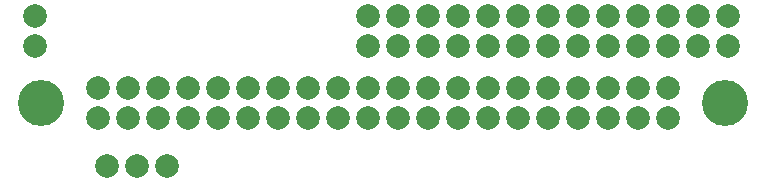
<source format=gbr>
G04 #@! TF.FileFunction,Soldermask,Top*
%FSLAX46Y46*%
G04 Gerber Fmt 4.6, Leading zero omitted, Abs format (unit mm)*
G04 Created by KiCad (PCBNEW 4.0.5+dfsg1-4) date Wed Jul 11 10:22:54 2018*
%MOMM*%
%LPD*%
G01*
G04 APERTURE LIST*
%ADD10C,0.100000*%
%ADD11C,2.000000*%
%ADD12C,3.900000*%
G04 APERTURE END LIST*
D10*
D11*
X149860000Y-103632000D03*
X149860000Y-106172000D03*
X152400000Y-103632000D03*
X154940000Y-103632000D03*
X157480000Y-103632000D03*
X160020000Y-103632000D03*
X162560000Y-103632000D03*
X165100000Y-103632000D03*
X167640000Y-103632000D03*
X170180000Y-103632000D03*
X172720000Y-103632000D03*
X152400000Y-106172000D03*
X154940000Y-106172000D03*
X157480000Y-106172000D03*
X160020000Y-106172000D03*
X162560000Y-106172000D03*
X165100000Y-106172000D03*
X167640000Y-106172000D03*
X170180000Y-106172000D03*
X172720000Y-106172000D03*
X147320000Y-103632000D03*
X147320000Y-106172000D03*
X144780000Y-103632000D03*
X144780000Y-106172000D03*
X142240000Y-103632000D03*
X142240000Y-106172000D03*
X139700000Y-103632000D03*
X139700000Y-106172000D03*
X137160000Y-103632000D03*
X137160000Y-106172000D03*
X134620000Y-103632000D03*
X134620000Y-106172000D03*
X132080000Y-103632000D03*
X132080000Y-106172000D03*
X129540000Y-103632000D03*
X129540000Y-106172000D03*
X127000000Y-103632000D03*
X127000000Y-106172000D03*
X124460000Y-103632000D03*
X124460000Y-106172000D03*
X154940000Y-97536000D03*
X154940000Y-100076000D03*
X157480000Y-97536000D03*
X160020000Y-97536000D03*
X162560000Y-97536000D03*
X165100000Y-97536000D03*
X167640000Y-97536000D03*
X170180000Y-97536000D03*
X172720000Y-97536000D03*
X175260000Y-97536000D03*
X177800000Y-97536000D03*
X157480000Y-100076000D03*
X160020000Y-100076000D03*
X162560000Y-100076000D03*
X165100000Y-100076000D03*
X167640000Y-100076000D03*
X170180000Y-100076000D03*
X172720000Y-100076000D03*
X175260000Y-100076000D03*
X177800000Y-100076000D03*
X152400000Y-97536000D03*
X152400000Y-100076000D03*
X149860000Y-97536000D03*
X149860000Y-100076000D03*
X147320000Y-97536000D03*
X147320000Y-100076000D03*
D12*
X177546000Y-104902000D03*
X119634000Y-104902000D03*
D11*
X119126000Y-97536000D03*
X119126000Y-100076000D03*
X130302000Y-110236000D03*
X127762000Y-110236000D03*
X125222000Y-110236000D03*
M02*

</source>
